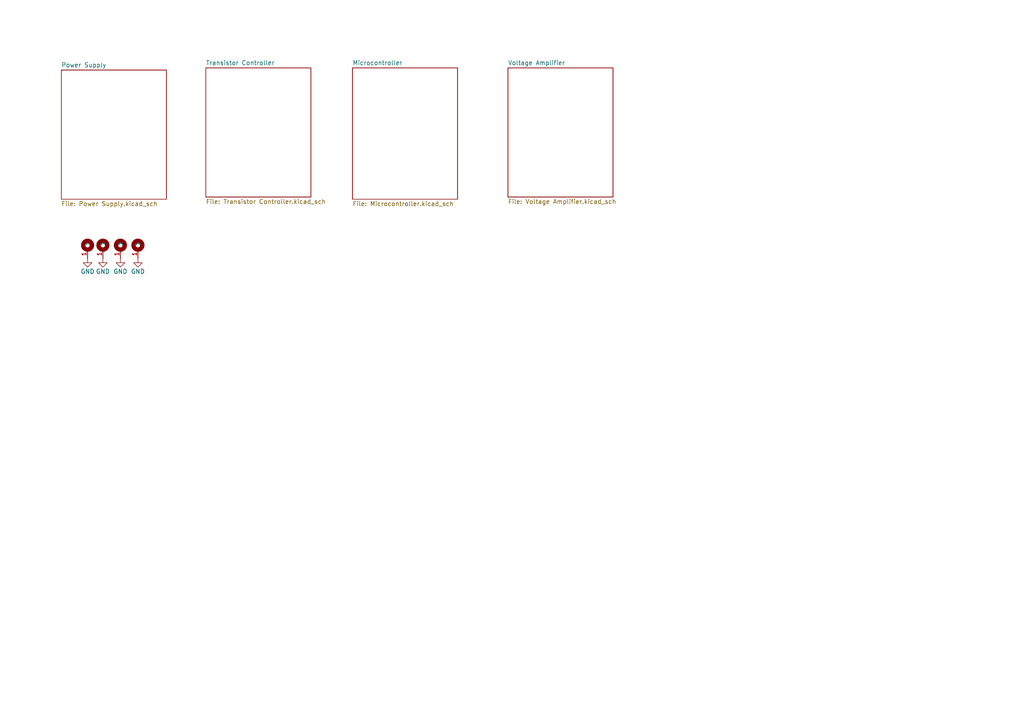
<source format=kicad_sch>
(kicad_sch (version 20211123) (generator eeschema)
  (paper "A4")
  (lib_symbols
    (symbol "MountingHole_1" (pin_names (offset 1.016))
      (symbol "MountingHole_1_0_1"
        (circle (center 0 0) (radius 1.27) (stroke (width 1.27)))
      )
      (symbol "MountingHole_1_1_1"
        (pin power_in line (at 0 -3.81 90) (length 2.54) (name "1") (number "1"))
      )
    )
    (symbol "MountingHole_2" (pin_names (offset 1.016))
      (symbol "MountingHole_2_0_1"
        (circle (center 0 0) (radius 1.27) (stroke (width 1.27)))
      )
      (symbol "MountingHole_2_1_1"
        (pin power_in line (at 0 -3.81 90) (length 2.54) (name "1") (number "1"))
      )
    )
    (symbol "MountingHole_3" (pin_names (offset 1.016))
      (symbol "MountingHole_3_0_1"
        (circle (center 0 0) (radius 1.27) (stroke (width 1.27)))
      )
      (symbol "MountingHole_3_1_1"
        (pin power_in line (at 0 -3.81 90) (length 2.54) (name "1") (number "1"))
      )
    )
    (symbol "MountingHole_4" (pin_names (offset 1.016))
      (symbol "MountingHole_4_0_1"
        (circle (center 0 0) (radius 1.27) (stroke (width 1.27)))
      )
      (symbol "MountingHole_4_1_1"
        (pin power_in line (at 0 -3.81 90) (length 2.54) (name "1") (number "1"))
      )
    )
    (symbol "power:GND" (power) (pin_names (offset 0))
      (property "Value" "GND" (at 0 -3.81 0))
      (symbol "GND_0_1"
        (polyline (pts (xy 0 0) (xy 0 -1.27) (xy 1.27 -1.27) (xy 0 -2.54) (xy -1.27 -1.27) (xy 0 -1.27)))
      )
      (symbol "GND_1_1"
        (pin power_in line (at 0 0 270) (length 0) hide (name "GND") (number "1"))
      )
    )
  )
  (symbol (lib_id "power:GND") (at 29.845 74.93 0) (unit 1)
    (property "Reference" "#PWR0104" (effects hide))
    (property "Value" "GND" (at 29.845 78.74 0))
  )
  (symbol (lib_name "MountingHole_4") (lib_id "Mechanical:MountingHole") (at 34.925 71.12 0) (unit 1) (in_bom no)
    (property "Reference" "H3" (effects hide))
    (property "Value" "MountingHole" (effects hide))
    (property "Footprint" "MountingHole:MountingHole_3.2mm_M3_ISO7380_Pad_TopBottom" (effects hide))
  )
  (symbol (lib_name "MountingHole_3") (lib_id "Mechanical:MountingHole") (at 29.845 71.12 0) (unit 1) (in_bom no)
    (property "Reference" "H2" (effects hide))
    (property "Value" "MountingHole" (effects hide))
    (property "Footprint" "MountingHole:MountingHole_3.2mm_M3_ISO7380_Pad_TopBottom" (effects hide))
  )
  (symbol (lib_id "power:GND") (at 40.005 74.93 0) (unit 1)
    (property "Reference" "#PWR0102" (effects hide))
    (property "Value" "GND" (at 40.005 78.74 0))
  )
  (symbol (lib_name "MountingHole_1") (lib_id "Mechanical:MountingHole") (at 40.005 71.12 0) (unit 1) (in_bom no)
    (property "Reference" "H4" (effects hide))
    (property "Value" "MountingHole" (effects hide))
    (property "Footprint" "MountingHole:MountingHole_3.2mm_M3_ISO7380_Pad_TopBottom" (effects hide))
  )
  (symbol (lib_id "power:GND") (at 34.925 74.93 0) (unit 1)
    (property "Reference" "#PWR0101" (effects hide))
    (property "Value" "GND" (at 34.925 78.74 0))
  )
  (symbol (lib_id "power:GND") (at 25.4 74.93 0) (unit 1)
    (property "Reference" "#PWR0103" (effects hide))
    (property "Value" "GND" (at 25.4 78.74 0))
  )
  (symbol (lib_name "MountingHole_2") (lib_id "Mechanical:MountingHole") (at 25.4 71.12 0) (unit 1) (in_bom no)
    (property "Reference" "H1" (effects hide))
    (property "Value" "MountingHole" (effects hide))
    (property "Footprint" "MountingHole:MountingHole_3.2mm_M3_ISO7380_Pad_TopBottom" (effects hide))
  )
  (sheet (at 59.69 19.685) (size 30.48 37.465) (stroke (width 0.1524))
    (property "Sheet name" "Transistor Controller" (at 59.69 18.9734 0) (effects (justify left bottom)))
    (property "Sheet file" "Transistor Controller.kicad_sch" (at 59.69 57.7346 0) (effects (justify left top)))
  )
  (sheet (at 147.32 19.685) (size 30.48 37.465) (stroke (width 0.1524))
    (property "Sheet name" "Voltage Amplifier" (at 147.32 18.9734 0) (effects (justify left bottom)))
    (property "Sheet file" "Voltage Amplifier.kicad_sch" (at 147.32 57.7346 0) (effects (justify left top)))
  )
  (sheet (at 17.78 20.32) (size 30.48 37.465) (stroke (width 0.1524))
    (property "Sheet name" "Power Supply" (at 17.78 19.6084 0) (effects (justify left bottom)))
    (property "Sheet file" "Power Supply.kicad_sch" (at 17.78 58.3696 0) (effects (justify left top)))
  )
  (sheet (at 102.235 19.685) (size 30.48 38.1) (stroke (width 0.1524))
    (property "Sheet name" "Microcontroller" (at 102.235 18.9734 0) (effects (justify left bottom)))
    (property "Sheet file" "Microcontroller.kicad_sch" (at 102.235 58.3696 0) (effects (justify left top)))
  )
)
</source>
